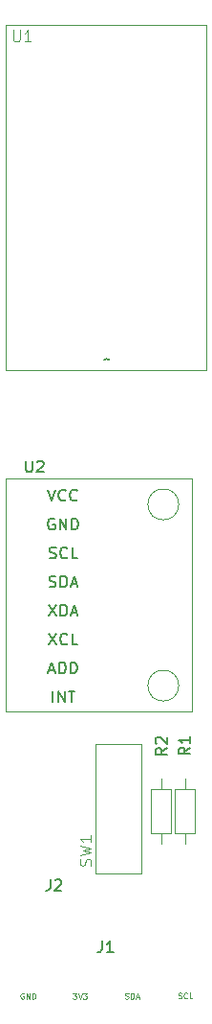
<source format=gbr>
%TF.GenerationSoftware,KiCad,Pcbnew,8.0.8*%
%TF.CreationDate,2025-02-17T15:57:01+09:00*%
%TF.ProjectId,hotdoggu_slimeVR_PCB,686f7464-6f67-4677-955f-736c696d6556,rev?*%
%TF.SameCoordinates,Original*%
%TF.FileFunction,Legend,Top*%
%TF.FilePolarity,Positive*%
%FSLAX46Y46*%
G04 Gerber Fmt 4.6, Leading zero omitted, Abs format (unit mm)*
G04 Created by KiCad (PCBNEW 8.0.8) date 2025-02-17 15:57:01*
%MOMM*%
%LPD*%
G01*
G04 APERTURE LIST*
%ADD10C,0.100000*%
%ADD11C,0.150000*%
%ADD12C,0.120000*%
G04 APERTURE END LIST*
D10*
X156831027Y-129279800D02*
X156902455Y-129303609D01*
X156902455Y-129303609D02*
X157021503Y-129303609D01*
X157021503Y-129303609D02*
X157069122Y-129279800D01*
X157069122Y-129279800D02*
X157092931Y-129255990D01*
X157092931Y-129255990D02*
X157116741Y-129208371D01*
X157116741Y-129208371D02*
X157116741Y-129160752D01*
X157116741Y-129160752D02*
X157092931Y-129113133D01*
X157092931Y-129113133D02*
X157069122Y-129089323D01*
X157069122Y-129089323D02*
X157021503Y-129065514D01*
X157021503Y-129065514D02*
X156926265Y-129041704D01*
X156926265Y-129041704D02*
X156878646Y-129017895D01*
X156878646Y-129017895D02*
X156854836Y-128994085D01*
X156854836Y-128994085D02*
X156831027Y-128946466D01*
X156831027Y-128946466D02*
X156831027Y-128898847D01*
X156831027Y-128898847D02*
X156854836Y-128851228D01*
X156854836Y-128851228D02*
X156878646Y-128827419D01*
X156878646Y-128827419D02*
X156926265Y-128803609D01*
X156926265Y-128803609D02*
X157045312Y-128803609D01*
X157045312Y-128803609D02*
X157116741Y-128827419D01*
X157331026Y-129303609D02*
X157331026Y-128803609D01*
X157331026Y-128803609D02*
X157450074Y-128803609D01*
X157450074Y-128803609D02*
X157521502Y-128827419D01*
X157521502Y-128827419D02*
X157569121Y-128875038D01*
X157569121Y-128875038D02*
X157592931Y-128922657D01*
X157592931Y-128922657D02*
X157616740Y-129017895D01*
X157616740Y-129017895D02*
X157616740Y-129089323D01*
X157616740Y-129089323D02*
X157592931Y-129184561D01*
X157592931Y-129184561D02*
X157569121Y-129232180D01*
X157569121Y-129232180D02*
X157521502Y-129279800D01*
X157521502Y-129279800D02*
X157450074Y-129303609D01*
X157450074Y-129303609D02*
X157331026Y-129303609D01*
X157807217Y-129160752D02*
X158045312Y-129160752D01*
X157759598Y-129303609D02*
X157926264Y-128803609D01*
X157926264Y-128803609D02*
X158092931Y-129303609D01*
X147826741Y-128837419D02*
X147779122Y-128813609D01*
X147779122Y-128813609D02*
X147707693Y-128813609D01*
X147707693Y-128813609D02*
X147636265Y-128837419D01*
X147636265Y-128837419D02*
X147588646Y-128885038D01*
X147588646Y-128885038D02*
X147564836Y-128932657D01*
X147564836Y-128932657D02*
X147541027Y-129027895D01*
X147541027Y-129027895D02*
X147541027Y-129099323D01*
X147541027Y-129099323D02*
X147564836Y-129194561D01*
X147564836Y-129194561D02*
X147588646Y-129242180D01*
X147588646Y-129242180D02*
X147636265Y-129289800D01*
X147636265Y-129289800D02*
X147707693Y-129313609D01*
X147707693Y-129313609D02*
X147755312Y-129313609D01*
X147755312Y-129313609D02*
X147826741Y-129289800D01*
X147826741Y-129289800D02*
X147850550Y-129265990D01*
X147850550Y-129265990D02*
X147850550Y-129099323D01*
X147850550Y-129099323D02*
X147755312Y-129099323D01*
X148064836Y-129313609D02*
X148064836Y-128813609D01*
X148064836Y-128813609D02*
X148350550Y-129313609D01*
X148350550Y-129313609D02*
X148350550Y-128813609D01*
X148588646Y-129313609D02*
X148588646Y-128813609D01*
X148588646Y-128813609D02*
X148707694Y-128813609D01*
X148707694Y-128813609D02*
X148779122Y-128837419D01*
X148779122Y-128837419D02*
X148826741Y-128885038D01*
X148826741Y-128885038D02*
X148850551Y-128932657D01*
X148850551Y-128932657D02*
X148874360Y-129027895D01*
X148874360Y-129027895D02*
X148874360Y-129099323D01*
X148874360Y-129099323D02*
X148850551Y-129194561D01*
X148850551Y-129194561D02*
X148826741Y-129242180D01*
X148826741Y-129242180D02*
X148779122Y-129289800D01*
X148779122Y-129289800D02*
X148707694Y-129313609D01*
X148707694Y-129313609D02*
X148588646Y-129313609D01*
X152177217Y-128843609D02*
X152486741Y-128843609D01*
X152486741Y-128843609D02*
X152320074Y-129034085D01*
X152320074Y-129034085D02*
X152391503Y-129034085D01*
X152391503Y-129034085D02*
X152439122Y-129057895D01*
X152439122Y-129057895D02*
X152462931Y-129081704D01*
X152462931Y-129081704D02*
X152486741Y-129129323D01*
X152486741Y-129129323D02*
X152486741Y-129248371D01*
X152486741Y-129248371D02*
X152462931Y-129295990D01*
X152462931Y-129295990D02*
X152439122Y-129319800D01*
X152439122Y-129319800D02*
X152391503Y-129343609D01*
X152391503Y-129343609D02*
X152248646Y-129343609D01*
X152248646Y-129343609D02*
X152201027Y-129319800D01*
X152201027Y-129319800D02*
X152177217Y-129295990D01*
X152629598Y-128843609D02*
X152796264Y-129343609D01*
X152796264Y-129343609D02*
X152962931Y-128843609D01*
X153081978Y-128843609D02*
X153391502Y-128843609D01*
X153391502Y-128843609D02*
X153224835Y-129034085D01*
X153224835Y-129034085D02*
X153296264Y-129034085D01*
X153296264Y-129034085D02*
X153343883Y-129057895D01*
X153343883Y-129057895D02*
X153367692Y-129081704D01*
X153367692Y-129081704D02*
X153391502Y-129129323D01*
X153391502Y-129129323D02*
X153391502Y-129248371D01*
X153391502Y-129248371D02*
X153367692Y-129295990D01*
X153367692Y-129295990D02*
X153343883Y-129319800D01*
X153343883Y-129319800D02*
X153296264Y-129343609D01*
X153296264Y-129343609D02*
X153153407Y-129343609D01*
X153153407Y-129343609D02*
X153105788Y-129319800D01*
X153105788Y-129319800D02*
X153081978Y-129295990D01*
X161531027Y-129259800D02*
X161602455Y-129283609D01*
X161602455Y-129283609D02*
X161721503Y-129283609D01*
X161721503Y-129283609D02*
X161769122Y-129259800D01*
X161769122Y-129259800D02*
X161792931Y-129235990D01*
X161792931Y-129235990D02*
X161816741Y-129188371D01*
X161816741Y-129188371D02*
X161816741Y-129140752D01*
X161816741Y-129140752D02*
X161792931Y-129093133D01*
X161792931Y-129093133D02*
X161769122Y-129069323D01*
X161769122Y-129069323D02*
X161721503Y-129045514D01*
X161721503Y-129045514D02*
X161626265Y-129021704D01*
X161626265Y-129021704D02*
X161578646Y-128997895D01*
X161578646Y-128997895D02*
X161554836Y-128974085D01*
X161554836Y-128974085D02*
X161531027Y-128926466D01*
X161531027Y-128926466D02*
X161531027Y-128878847D01*
X161531027Y-128878847D02*
X161554836Y-128831228D01*
X161554836Y-128831228D02*
X161578646Y-128807419D01*
X161578646Y-128807419D02*
X161626265Y-128783609D01*
X161626265Y-128783609D02*
X161745312Y-128783609D01*
X161745312Y-128783609D02*
X161816741Y-128807419D01*
X162316740Y-129235990D02*
X162292931Y-129259800D01*
X162292931Y-129259800D02*
X162221502Y-129283609D01*
X162221502Y-129283609D02*
X162173883Y-129283609D01*
X162173883Y-129283609D02*
X162102455Y-129259800D01*
X162102455Y-129259800D02*
X162054836Y-129212180D01*
X162054836Y-129212180D02*
X162031026Y-129164561D01*
X162031026Y-129164561D02*
X162007217Y-129069323D01*
X162007217Y-129069323D02*
X162007217Y-128997895D01*
X162007217Y-128997895D02*
X162031026Y-128902657D01*
X162031026Y-128902657D02*
X162054836Y-128855038D01*
X162054836Y-128855038D02*
X162102455Y-128807419D01*
X162102455Y-128807419D02*
X162173883Y-128783609D01*
X162173883Y-128783609D02*
X162221502Y-128783609D01*
X162221502Y-128783609D02*
X162292931Y-128807419D01*
X162292931Y-128807419D02*
X162316740Y-128831228D01*
X162769121Y-129283609D02*
X162531026Y-129283609D01*
X162531026Y-129283609D02*
X162531026Y-128783609D01*
D11*
X162574819Y-107136666D02*
X162098628Y-107469999D01*
X162574819Y-107708094D02*
X161574819Y-107708094D01*
X161574819Y-107708094D02*
X161574819Y-107327142D01*
X161574819Y-107327142D02*
X161622438Y-107231904D01*
X161622438Y-107231904D02*
X161670057Y-107184285D01*
X161670057Y-107184285D02*
X161765295Y-107136666D01*
X161765295Y-107136666D02*
X161908152Y-107136666D01*
X161908152Y-107136666D02*
X162003390Y-107184285D01*
X162003390Y-107184285D02*
X162051009Y-107231904D01*
X162051009Y-107231904D02*
X162098628Y-107327142D01*
X162098628Y-107327142D02*
X162098628Y-107708094D01*
X162574819Y-106184285D02*
X162574819Y-106755713D01*
X162574819Y-106469999D02*
X161574819Y-106469999D01*
X161574819Y-106469999D02*
X161717676Y-106565237D01*
X161717676Y-106565237D02*
X161812914Y-106660475D01*
X161812914Y-106660475D02*
X161860533Y-106755713D01*
X150174666Y-118770819D02*
X150174666Y-119485104D01*
X150174666Y-119485104D02*
X150127047Y-119627961D01*
X150127047Y-119627961D02*
X150031809Y-119723200D01*
X150031809Y-119723200D02*
X149888952Y-119770819D01*
X149888952Y-119770819D02*
X149793714Y-119770819D01*
X150603238Y-118866057D02*
X150650857Y-118818438D01*
X150650857Y-118818438D02*
X150746095Y-118770819D01*
X150746095Y-118770819D02*
X150984190Y-118770819D01*
X150984190Y-118770819D02*
X151079428Y-118818438D01*
X151079428Y-118818438D02*
X151127047Y-118866057D01*
X151127047Y-118866057D02*
X151174666Y-118961295D01*
X151174666Y-118961295D02*
X151174666Y-119056533D01*
X151174666Y-119056533D02*
X151127047Y-119199390D01*
X151127047Y-119199390D02*
X150555619Y-119770819D01*
X150555619Y-119770819D02*
X151174666Y-119770819D01*
X148008095Y-81816819D02*
X148008095Y-82626342D01*
X148008095Y-82626342D02*
X148055714Y-82721580D01*
X148055714Y-82721580D02*
X148103333Y-82769200D01*
X148103333Y-82769200D02*
X148198571Y-82816819D01*
X148198571Y-82816819D02*
X148389047Y-82816819D01*
X148389047Y-82816819D02*
X148484285Y-82769200D01*
X148484285Y-82769200D02*
X148531904Y-82721580D01*
X148531904Y-82721580D02*
X148579523Y-82626342D01*
X148579523Y-82626342D02*
X148579523Y-81816819D01*
X149008095Y-81912057D02*
X149055714Y-81864438D01*
X149055714Y-81864438D02*
X149150952Y-81816819D01*
X149150952Y-81816819D02*
X149389047Y-81816819D01*
X149389047Y-81816819D02*
X149484285Y-81864438D01*
X149484285Y-81864438D02*
X149531904Y-81912057D01*
X149531904Y-81912057D02*
X149579523Y-82007295D01*
X149579523Y-82007295D02*
X149579523Y-82102533D01*
X149579523Y-82102533D02*
X149531904Y-82245390D01*
X149531904Y-82245390D02*
X148960476Y-82816819D01*
X148960476Y-82816819D02*
X149579523Y-82816819D01*
X150119524Y-90389200D02*
X150262381Y-90436819D01*
X150262381Y-90436819D02*
X150500476Y-90436819D01*
X150500476Y-90436819D02*
X150595714Y-90389200D01*
X150595714Y-90389200D02*
X150643333Y-90341580D01*
X150643333Y-90341580D02*
X150690952Y-90246342D01*
X150690952Y-90246342D02*
X150690952Y-90151104D01*
X150690952Y-90151104D02*
X150643333Y-90055866D01*
X150643333Y-90055866D02*
X150595714Y-90008247D01*
X150595714Y-90008247D02*
X150500476Y-89960628D01*
X150500476Y-89960628D02*
X150310000Y-89913009D01*
X150310000Y-89913009D02*
X150214762Y-89865390D01*
X150214762Y-89865390D02*
X150167143Y-89817771D01*
X150167143Y-89817771D02*
X150119524Y-89722533D01*
X150119524Y-89722533D02*
X150119524Y-89627295D01*
X150119524Y-89627295D02*
X150167143Y-89532057D01*
X150167143Y-89532057D02*
X150214762Y-89484438D01*
X150214762Y-89484438D02*
X150310000Y-89436819D01*
X150310000Y-89436819D02*
X150548095Y-89436819D01*
X150548095Y-89436819D02*
X150690952Y-89484438D01*
X151690952Y-90341580D02*
X151643333Y-90389200D01*
X151643333Y-90389200D02*
X151500476Y-90436819D01*
X151500476Y-90436819D02*
X151405238Y-90436819D01*
X151405238Y-90436819D02*
X151262381Y-90389200D01*
X151262381Y-90389200D02*
X151167143Y-90293961D01*
X151167143Y-90293961D02*
X151119524Y-90198723D01*
X151119524Y-90198723D02*
X151071905Y-90008247D01*
X151071905Y-90008247D02*
X151071905Y-89865390D01*
X151071905Y-89865390D02*
X151119524Y-89674914D01*
X151119524Y-89674914D02*
X151167143Y-89579676D01*
X151167143Y-89579676D02*
X151262381Y-89484438D01*
X151262381Y-89484438D02*
X151405238Y-89436819D01*
X151405238Y-89436819D02*
X151500476Y-89436819D01*
X151500476Y-89436819D02*
X151643333Y-89484438D01*
X151643333Y-89484438D02*
X151690952Y-89532057D01*
X152595714Y-90436819D02*
X152119524Y-90436819D01*
X152119524Y-90436819D02*
X152119524Y-89436819D01*
X149976667Y-84356819D02*
X150310000Y-85356819D01*
X150310000Y-85356819D02*
X150643333Y-84356819D01*
X151548095Y-85261580D02*
X151500476Y-85309200D01*
X151500476Y-85309200D02*
X151357619Y-85356819D01*
X151357619Y-85356819D02*
X151262381Y-85356819D01*
X151262381Y-85356819D02*
X151119524Y-85309200D01*
X151119524Y-85309200D02*
X151024286Y-85213961D01*
X151024286Y-85213961D02*
X150976667Y-85118723D01*
X150976667Y-85118723D02*
X150929048Y-84928247D01*
X150929048Y-84928247D02*
X150929048Y-84785390D01*
X150929048Y-84785390D02*
X150976667Y-84594914D01*
X150976667Y-84594914D02*
X151024286Y-84499676D01*
X151024286Y-84499676D02*
X151119524Y-84404438D01*
X151119524Y-84404438D02*
X151262381Y-84356819D01*
X151262381Y-84356819D02*
X151357619Y-84356819D01*
X151357619Y-84356819D02*
X151500476Y-84404438D01*
X151500476Y-84404438D02*
X151548095Y-84452057D01*
X152548095Y-85261580D02*
X152500476Y-85309200D01*
X152500476Y-85309200D02*
X152357619Y-85356819D01*
X152357619Y-85356819D02*
X152262381Y-85356819D01*
X152262381Y-85356819D02*
X152119524Y-85309200D01*
X152119524Y-85309200D02*
X152024286Y-85213961D01*
X152024286Y-85213961D02*
X151976667Y-85118723D01*
X151976667Y-85118723D02*
X151929048Y-84928247D01*
X151929048Y-84928247D02*
X151929048Y-84785390D01*
X151929048Y-84785390D02*
X151976667Y-84594914D01*
X151976667Y-84594914D02*
X152024286Y-84499676D01*
X152024286Y-84499676D02*
X152119524Y-84404438D01*
X152119524Y-84404438D02*
X152262381Y-84356819D01*
X152262381Y-84356819D02*
X152357619Y-84356819D01*
X152357619Y-84356819D02*
X152500476Y-84404438D01*
X152500476Y-84404438D02*
X152548095Y-84452057D01*
X150048095Y-94516819D02*
X150714761Y-95516819D01*
X150714761Y-94516819D02*
X150048095Y-95516819D01*
X151095714Y-95516819D02*
X151095714Y-94516819D01*
X151095714Y-94516819D02*
X151333809Y-94516819D01*
X151333809Y-94516819D02*
X151476666Y-94564438D01*
X151476666Y-94564438D02*
X151571904Y-94659676D01*
X151571904Y-94659676D02*
X151619523Y-94754914D01*
X151619523Y-94754914D02*
X151667142Y-94945390D01*
X151667142Y-94945390D02*
X151667142Y-95088247D01*
X151667142Y-95088247D02*
X151619523Y-95278723D01*
X151619523Y-95278723D02*
X151571904Y-95373961D01*
X151571904Y-95373961D02*
X151476666Y-95469200D01*
X151476666Y-95469200D02*
X151333809Y-95516819D01*
X151333809Y-95516819D02*
X151095714Y-95516819D01*
X152048095Y-95231104D02*
X152524285Y-95231104D01*
X151952857Y-95516819D02*
X152286190Y-94516819D01*
X152286190Y-94516819D02*
X152619523Y-95516819D01*
X150095714Y-92929200D02*
X150238571Y-92976819D01*
X150238571Y-92976819D02*
X150476666Y-92976819D01*
X150476666Y-92976819D02*
X150571904Y-92929200D01*
X150571904Y-92929200D02*
X150619523Y-92881580D01*
X150619523Y-92881580D02*
X150667142Y-92786342D01*
X150667142Y-92786342D02*
X150667142Y-92691104D01*
X150667142Y-92691104D02*
X150619523Y-92595866D01*
X150619523Y-92595866D02*
X150571904Y-92548247D01*
X150571904Y-92548247D02*
X150476666Y-92500628D01*
X150476666Y-92500628D02*
X150286190Y-92453009D01*
X150286190Y-92453009D02*
X150190952Y-92405390D01*
X150190952Y-92405390D02*
X150143333Y-92357771D01*
X150143333Y-92357771D02*
X150095714Y-92262533D01*
X150095714Y-92262533D02*
X150095714Y-92167295D01*
X150095714Y-92167295D02*
X150143333Y-92072057D01*
X150143333Y-92072057D02*
X150190952Y-92024438D01*
X150190952Y-92024438D02*
X150286190Y-91976819D01*
X150286190Y-91976819D02*
X150524285Y-91976819D01*
X150524285Y-91976819D02*
X150667142Y-92024438D01*
X151095714Y-92976819D02*
X151095714Y-91976819D01*
X151095714Y-91976819D02*
X151333809Y-91976819D01*
X151333809Y-91976819D02*
X151476666Y-92024438D01*
X151476666Y-92024438D02*
X151571904Y-92119676D01*
X151571904Y-92119676D02*
X151619523Y-92214914D01*
X151619523Y-92214914D02*
X151667142Y-92405390D01*
X151667142Y-92405390D02*
X151667142Y-92548247D01*
X151667142Y-92548247D02*
X151619523Y-92738723D01*
X151619523Y-92738723D02*
X151571904Y-92833961D01*
X151571904Y-92833961D02*
X151476666Y-92929200D01*
X151476666Y-92929200D02*
X151333809Y-92976819D01*
X151333809Y-92976819D02*
X151095714Y-92976819D01*
X152048095Y-92691104D02*
X152524285Y-92691104D01*
X151952857Y-92976819D02*
X152286190Y-91976819D01*
X152286190Y-91976819D02*
X152619523Y-92976819D01*
X150405238Y-103136819D02*
X150405238Y-102136819D01*
X150881428Y-103136819D02*
X150881428Y-102136819D01*
X150881428Y-102136819D02*
X151452856Y-103136819D01*
X151452856Y-103136819D02*
X151452856Y-102136819D01*
X151786190Y-102136819D02*
X152357618Y-102136819D01*
X152071904Y-103136819D02*
X152071904Y-102136819D01*
X150071905Y-100311104D02*
X150548095Y-100311104D01*
X149976667Y-100596819D02*
X150310000Y-99596819D01*
X150310000Y-99596819D02*
X150643333Y-100596819D01*
X150976667Y-100596819D02*
X150976667Y-99596819D01*
X150976667Y-99596819D02*
X151214762Y-99596819D01*
X151214762Y-99596819D02*
X151357619Y-99644438D01*
X151357619Y-99644438D02*
X151452857Y-99739676D01*
X151452857Y-99739676D02*
X151500476Y-99834914D01*
X151500476Y-99834914D02*
X151548095Y-100025390D01*
X151548095Y-100025390D02*
X151548095Y-100168247D01*
X151548095Y-100168247D02*
X151500476Y-100358723D01*
X151500476Y-100358723D02*
X151452857Y-100453961D01*
X151452857Y-100453961D02*
X151357619Y-100549200D01*
X151357619Y-100549200D02*
X151214762Y-100596819D01*
X151214762Y-100596819D02*
X150976667Y-100596819D01*
X151976667Y-100596819D02*
X151976667Y-99596819D01*
X151976667Y-99596819D02*
X152214762Y-99596819D01*
X152214762Y-99596819D02*
X152357619Y-99644438D01*
X152357619Y-99644438D02*
X152452857Y-99739676D01*
X152452857Y-99739676D02*
X152500476Y-99834914D01*
X152500476Y-99834914D02*
X152548095Y-100025390D01*
X152548095Y-100025390D02*
X152548095Y-100168247D01*
X152548095Y-100168247D02*
X152500476Y-100358723D01*
X152500476Y-100358723D02*
X152452857Y-100453961D01*
X152452857Y-100453961D02*
X152357619Y-100549200D01*
X152357619Y-100549200D02*
X152214762Y-100596819D01*
X152214762Y-100596819D02*
X151976667Y-100596819D01*
X150071905Y-97056819D02*
X150738571Y-98056819D01*
X150738571Y-97056819D02*
X150071905Y-98056819D01*
X151690952Y-97961580D02*
X151643333Y-98009200D01*
X151643333Y-98009200D02*
X151500476Y-98056819D01*
X151500476Y-98056819D02*
X151405238Y-98056819D01*
X151405238Y-98056819D02*
X151262381Y-98009200D01*
X151262381Y-98009200D02*
X151167143Y-97913961D01*
X151167143Y-97913961D02*
X151119524Y-97818723D01*
X151119524Y-97818723D02*
X151071905Y-97628247D01*
X151071905Y-97628247D02*
X151071905Y-97485390D01*
X151071905Y-97485390D02*
X151119524Y-97294914D01*
X151119524Y-97294914D02*
X151167143Y-97199676D01*
X151167143Y-97199676D02*
X151262381Y-97104438D01*
X151262381Y-97104438D02*
X151405238Y-97056819D01*
X151405238Y-97056819D02*
X151500476Y-97056819D01*
X151500476Y-97056819D02*
X151643333Y-97104438D01*
X151643333Y-97104438D02*
X151690952Y-97152057D01*
X152595714Y-98056819D02*
X152119524Y-98056819D01*
X152119524Y-98056819D02*
X152119524Y-97056819D01*
X150548095Y-86944438D02*
X150452857Y-86896819D01*
X150452857Y-86896819D02*
X150310000Y-86896819D01*
X150310000Y-86896819D02*
X150167143Y-86944438D01*
X150167143Y-86944438D02*
X150071905Y-87039676D01*
X150071905Y-87039676D02*
X150024286Y-87134914D01*
X150024286Y-87134914D02*
X149976667Y-87325390D01*
X149976667Y-87325390D02*
X149976667Y-87468247D01*
X149976667Y-87468247D02*
X150024286Y-87658723D01*
X150024286Y-87658723D02*
X150071905Y-87753961D01*
X150071905Y-87753961D02*
X150167143Y-87849200D01*
X150167143Y-87849200D02*
X150310000Y-87896819D01*
X150310000Y-87896819D02*
X150405238Y-87896819D01*
X150405238Y-87896819D02*
X150548095Y-87849200D01*
X150548095Y-87849200D02*
X150595714Y-87801580D01*
X150595714Y-87801580D02*
X150595714Y-87468247D01*
X150595714Y-87468247D02*
X150405238Y-87468247D01*
X151024286Y-87896819D02*
X151024286Y-86896819D01*
X151024286Y-86896819D02*
X151595714Y-87896819D01*
X151595714Y-87896819D02*
X151595714Y-86896819D01*
X152071905Y-87896819D02*
X152071905Y-86896819D01*
X152071905Y-86896819D02*
X152310000Y-86896819D01*
X152310000Y-86896819D02*
X152452857Y-86944438D01*
X152452857Y-86944438D02*
X152548095Y-87039676D01*
X152548095Y-87039676D02*
X152595714Y-87134914D01*
X152595714Y-87134914D02*
X152643333Y-87325390D01*
X152643333Y-87325390D02*
X152643333Y-87468247D01*
X152643333Y-87468247D02*
X152595714Y-87658723D01*
X152595714Y-87658723D02*
X152548095Y-87753961D01*
X152548095Y-87753961D02*
X152452857Y-87849200D01*
X152452857Y-87849200D02*
X152310000Y-87896819D01*
X152310000Y-87896819D02*
X152071905Y-87896819D01*
D10*
X146898095Y-43777419D02*
X146898095Y-44586942D01*
X146898095Y-44586942D02*
X146945714Y-44682180D01*
X146945714Y-44682180D02*
X146993333Y-44729800D01*
X146993333Y-44729800D02*
X147088571Y-44777419D01*
X147088571Y-44777419D02*
X147279047Y-44777419D01*
X147279047Y-44777419D02*
X147374285Y-44729800D01*
X147374285Y-44729800D02*
X147421904Y-44682180D01*
X147421904Y-44682180D02*
X147469523Y-44586942D01*
X147469523Y-44586942D02*
X147469523Y-43777419D01*
X148469523Y-44777419D02*
X147898095Y-44777419D01*
X148183809Y-44777419D02*
X148183809Y-43777419D01*
X148183809Y-43777419D02*
X148088571Y-43920276D01*
X148088571Y-43920276D02*
X147993333Y-44015514D01*
X147993333Y-44015514D02*
X147898095Y-44063133D01*
D11*
X154988095Y-72893866D02*
X155035714Y-72846247D01*
X155035714Y-72846247D02*
X155130952Y-72798628D01*
X155130952Y-72798628D02*
X155321428Y-72893866D01*
X155321428Y-72893866D02*
X155416666Y-72846247D01*
X155416666Y-72846247D02*
X155464285Y-72798628D01*
X154776666Y-124204819D02*
X154776666Y-124919104D01*
X154776666Y-124919104D02*
X154729047Y-125061961D01*
X154729047Y-125061961D02*
X154633809Y-125157200D01*
X154633809Y-125157200D02*
X154490952Y-125204819D01*
X154490952Y-125204819D02*
X154395714Y-125204819D01*
X155776666Y-125204819D02*
X155205238Y-125204819D01*
X155490952Y-125204819D02*
X155490952Y-124204819D01*
X155490952Y-124204819D02*
X155395714Y-124347676D01*
X155395714Y-124347676D02*
X155300476Y-124442914D01*
X155300476Y-124442914D02*
X155205238Y-124490533D01*
D10*
X153749800Y-117546332D02*
X153797419Y-117403475D01*
X153797419Y-117403475D02*
X153797419Y-117165380D01*
X153797419Y-117165380D02*
X153749800Y-117070142D01*
X153749800Y-117070142D02*
X153702180Y-117022523D01*
X153702180Y-117022523D02*
X153606942Y-116974904D01*
X153606942Y-116974904D02*
X153511704Y-116974904D01*
X153511704Y-116974904D02*
X153416466Y-117022523D01*
X153416466Y-117022523D02*
X153368847Y-117070142D01*
X153368847Y-117070142D02*
X153321228Y-117165380D01*
X153321228Y-117165380D02*
X153273609Y-117355856D01*
X153273609Y-117355856D02*
X153225990Y-117451094D01*
X153225990Y-117451094D02*
X153178371Y-117498713D01*
X153178371Y-117498713D02*
X153083133Y-117546332D01*
X153083133Y-117546332D02*
X152987895Y-117546332D01*
X152987895Y-117546332D02*
X152892657Y-117498713D01*
X152892657Y-117498713D02*
X152845038Y-117451094D01*
X152845038Y-117451094D02*
X152797419Y-117355856D01*
X152797419Y-117355856D02*
X152797419Y-117117761D01*
X152797419Y-117117761D02*
X152845038Y-116974904D01*
X152797419Y-116641570D02*
X153797419Y-116403475D01*
X153797419Y-116403475D02*
X153083133Y-116212999D01*
X153083133Y-116212999D02*
X153797419Y-116022523D01*
X153797419Y-116022523D02*
X152797419Y-115784428D01*
X153797419Y-114879666D02*
X153797419Y-115451094D01*
X153797419Y-115165380D02*
X152797419Y-115165380D01*
X152797419Y-115165380D02*
X152940276Y-115260618D01*
X152940276Y-115260618D02*
X153035514Y-115355856D01*
X153035514Y-115355856D02*
X153083133Y-115451094D01*
D11*
X160504819Y-107166666D02*
X160028628Y-107499999D01*
X160504819Y-107738094D02*
X159504819Y-107738094D01*
X159504819Y-107738094D02*
X159504819Y-107357142D01*
X159504819Y-107357142D02*
X159552438Y-107261904D01*
X159552438Y-107261904D02*
X159600057Y-107214285D01*
X159600057Y-107214285D02*
X159695295Y-107166666D01*
X159695295Y-107166666D02*
X159838152Y-107166666D01*
X159838152Y-107166666D02*
X159933390Y-107214285D01*
X159933390Y-107214285D02*
X159981009Y-107261904D01*
X159981009Y-107261904D02*
X160028628Y-107357142D01*
X160028628Y-107357142D02*
X160028628Y-107738094D01*
X159600057Y-106785713D02*
X159552438Y-106738094D01*
X159552438Y-106738094D02*
X159504819Y-106642856D01*
X159504819Y-106642856D02*
X159504819Y-106404761D01*
X159504819Y-106404761D02*
X159552438Y-106309523D01*
X159552438Y-106309523D02*
X159600057Y-106261904D01*
X159600057Y-106261904D02*
X159695295Y-106214285D01*
X159695295Y-106214285D02*
X159790533Y-106214285D01*
X159790533Y-106214285D02*
X159933390Y-106261904D01*
X159933390Y-106261904D02*
X160504819Y-106833332D01*
X160504819Y-106833332D02*
X160504819Y-106214285D01*
D12*
%TO.C,R1*%
X161190000Y-110830000D02*
X161190000Y-114670000D01*
X161190000Y-114670000D02*
X163030000Y-114670000D01*
X162110000Y-109880000D02*
X162110000Y-110830000D01*
X162110000Y-115620000D02*
X162110000Y-114670000D01*
X163030000Y-110830000D02*
X161190000Y-110830000D01*
X163030000Y-114670000D02*
X163030000Y-110830000D01*
%TO.C,U2*%
X146230000Y-83378000D02*
X162740000Y-83378000D01*
X146230000Y-103952000D02*
X146230000Y-83378000D01*
X162740000Y-83378000D02*
X162740000Y-103952000D01*
X162740000Y-103952000D02*
X146230000Y-103952000D01*
X161567832Y-85664000D02*
G75*
G02*
X158832168Y-85664000I-1367832J0D01*
G01*
X158832168Y-85664000D02*
G75*
G02*
X161567832Y-85664000I1367832J0D01*
G01*
X161567832Y-101666000D02*
G75*
G02*
X158832168Y-101666000I-1367832J0D01*
G01*
X158832168Y-101666000D02*
G75*
G02*
X161567832Y-101666000I1367832J0D01*
G01*
%TO.C,U1*%
D10*
X146220000Y-43340000D02*
X164000000Y-43340000D01*
X164000000Y-73820000D01*
X146220000Y-73820000D01*
X146220000Y-43340000D01*
%TO.C,SW1*%
X154220000Y-118293000D02*
X158220000Y-118293000D01*
X158220000Y-106793000D01*
X154220000Y-106793000D01*
X154220000Y-118293000D01*
D12*
%TO.C,R2*%
X159080000Y-110830000D02*
X159080000Y-114670000D01*
X159080000Y-114670000D02*
X160920000Y-114670000D01*
X160000000Y-109880000D02*
X160000000Y-110830000D01*
X160000000Y-115620000D02*
X160000000Y-114670000D01*
X160920000Y-110830000D02*
X159080000Y-110830000D01*
X160920000Y-114670000D02*
X160920000Y-110830000D01*
%TD*%
M02*

</source>
